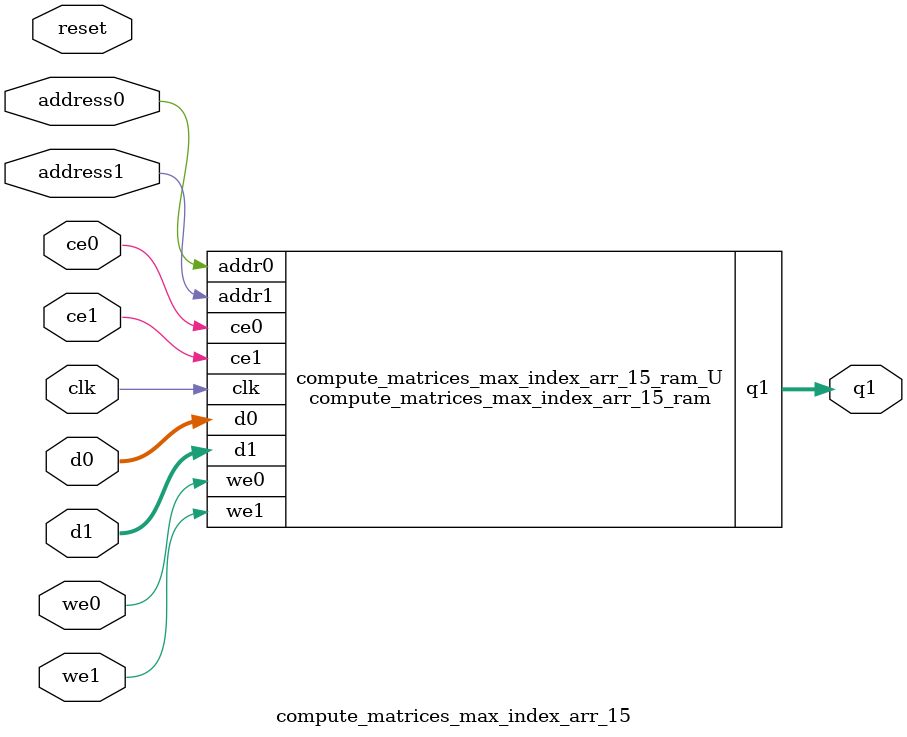
<source format=v>
`timescale 1 ns / 1 ps
module compute_matrices_max_index_arr_15_ram (addr0, ce0, d0, we0, addr1, ce1, d1, we1, q1,  clk);

parameter DWIDTH = 22;
parameter AWIDTH = 1;
parameter MEM_SIZE = 2;

input[AWIDTH-1:0] addr0;
input ce0;
input[DWIDTH-1:0] d0;
input we0;
input[AWIDTH-1:0] addr1;
input ce1;
input[DWIDTH-1:0] d1;
input we1;
output reg[DWIDTH-1:0] q1;
input clk;

(* ram_style = "block" *)reg [DWIDTH-1:0] ram[0:MEM_SIZE-1];




always @(posedge clk)  
begin 
    if (ce0) begin
        if (we0) 
            ram[addr0] <= d0; 
    end
end


always @(posedge clk)  
begin 
    if (ce1) begin
        if (we1) 
            ram[addr1] <= d1; 
        q1 <= ram[addr1];
    end
end


endmodule

`timescale 1 ns / 1 ps
module compute_matrices_max_index_arr_15(
    reset,
    clk,
    address0,
    ce0,
    we0,
    d0,
    address1,
    ce1,
    we1,
    d1,
    q1);

parameter DataWidth = 32'd22;
parameter AddressRange = 32'd2;
parameter AddressWidth = 32'd1;
input reset;
input clk;
input[AddressWidth - 1:0] address0;
input ce0;
input we0;
input[DataWidth - 1:0] d0;
input[AddressWidth - 1:0] address1;
input ce1;
input we1;
input[DataWidth - 1:0] d1;
output[DataWidth - 1:0] q1;



compute_matrices_max_index_arr_15_ram compute_matrices_max_index_arr_15_ram_U(
    .clk( clk ),
    .addr0( address0 ),
    .ce0( ce0 ),
    .we0( we0 ),
    .d0( d0 ),
    .addr1( address1 ),
    .ce1( ce1 ),
    .we1( we1 ),
    .d1( d1 ),
    .q1( q1 ));

endmodule


</source>
